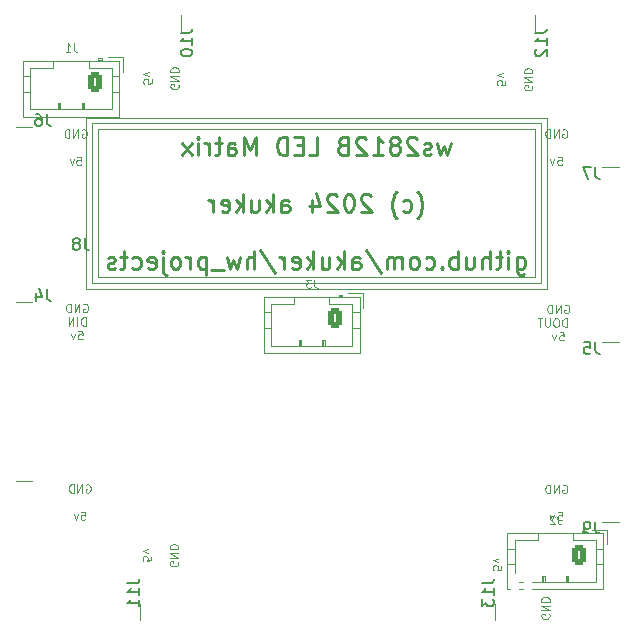
<source format=gbr>
%TF.GenerationSoftware,KiCad,Pcbnew,8.0.2*%
%TF.CreationDate,2024-07-01T22:54:51-05:00*%
%TF.ProjectId,pixel_grid,70697865-6c5f-4677-9269-642e6b696361,rev?*%
%TF.SameCoordinates,Original*%
%TF.FileFunction,Legend,Bot*%
%TF.FilePolarity,Positive*%
%FSLAX46Y46*%
G04 Gerber Fmt 4.6, Leading zero omitted, Abs format (unit mm)*
G04 Created by KiCad (PCBNEW 8.0.2) date 2024-07-01 22:54:51*
%MOMM*%
%LPD*%
G01*
G04 APERTURE LIST*
G04 Aperture macros list*
%AMRoundRect*
0 Rectangle with rounded corners*
0 $1 Rounding radius*
0 $2 $3 $4 $5 $6 $7 $8 $9 X,Y pos of 4 corners*
0 Add a 4 corners polygon primitive as box body*
4,1,4,$2,$3,$4,$5,$6,$7,$8,$9,$2,$3,0*
0 Add four circle primitives for the rounded corners*
1,1,$1+$1,$2,$3*
1,1,$1+$1,$4,$5*
1,1,$1+$1,$6,$7*
1,1,$1+$1,$8,$9*
0 Add four rect primitives between the rounded corners*
20,1,$1+$1,$2,$3,$4,$5,0*
20,1,$1+$1,$4,$5,$6,$7,0*
20,1,$1+$1,$6,$7,$8,$9,0*
20,1,$1+$1,$8,$9,$2,$3,0*%
G04 Aperture macros list end*
%ADD10C,0.100000*%
%ADD11C,0.250000*%
%ADD12C,0.150000*%
%ADD13C,0.120000*%
%ADD14R,0.800000X4.000000*%
%ADD15R,4.000000X0.800000*%
%ADD16RoundRect,0.250000X0.350000X0.625000X-0.350000X0.625000X-0.350000X-0.625000X0.350000X-0.625000X0*%
%ADD17O,1.200000X1.750000*%
G04 APERTURE END LIST*
D10*
X64050877Y-26542466D02*
X64117544Y-26509133D01*
X64117544Y-26509133D02*
X64217544Y-26509133D01*
X64217544Y-26509133D02*
X64317544Y-26542466D01*
X64317544Y-26542466D02*
X64384211Y-26609133D01*
X64384211Y-26609133D02*
X64417544Y-26675800D01*
X64417544Y-26675800D02*
X64450877Y-26809133D01*
X64450877Y-26809133D02*
X64450877Y-26909133D01*
X64450877Y-26909133D02*
X64417544Y-27042466D01*
X64417544Y-27042466D02*
X64384211Y-27109133D01*
X64384211Y-27109133D02*
X64317544Y-27175800D01*
X64317544Y-27175800D02*
X64217544Y-27209133D01*
X64217544Y-27209133D02*
X64150877Y-27209133D01*
X64150877Y-27209133D02*
X64050877Y-27175800D01*
X64050877Y-27175800D02*
X64017544Y-27142466D01*
X64017544Y-27142466D02*
X64017544Y-26909133D01*
X64017544Y-26909133D02*
X64150877Y-26909133D01*
X63717544Y-27209133D02*
X63717544Y-26509133D01*
X63717544Y-26509133D02*
X63317544Y-27209133D01*
X63317544Y-27209133D02*
X63317544Y-26509133D01*
X62984211Y-27209133D02*
X62984211Y-26509133D01*
X62984211Y-26509133D02*
X62817544Y-26509133D01*
X62817544Y-26509133D02*
X62717544Y-26542466D01*
X62717544Y-26542466D02*
X62650878Y-26609133D01*
X62650878Y-26609133D02*
X62617544Y-26675800D01*
X62617544Y-26675800D02*
X62584211Y-26809133D01*
X62584211Y-26809133D02*
X62584211Y-26909133D01*
X62584211Y-26909133D02*
X62617544Y-27042466D01*
X62617544Y-27042466D02*
X62650878Y-27109133D01*
X62650878Y-27109133D02*
X62717544Y-27175800D01*
X62717544Y-27175800D02*
X62817544Y-27209133D01*
X62817544Y-27209133D02*
X62984211Y-27209133D01*
X63617544Y-28809133D02*
X63950877Y-28809133D01*
X63950877Y-28809133D02*
X63984210Y-29142466D01*
X63984210Y-29142466D02*
X63950877Y-29109133D01*
X63950877Y-29109133D02*
X63884210Y-29075800D01*
X63884210Y-29075800D02*
X63717544Y-29075800D01*
X63717544Y-29075800D02*
X63650877Y-29109133D01*
X63650877Y-29109133D02*
X63617544Y-29142466D01*
X63617544Y-29142466D02*
X63584210Y-29209133D01*
X63584210Y-29209133D02*
X63584210Y-29375800D01*
X63584210Y-29375800D02*
X63617544Y-29442466D01*
X63617544Y-29442466D02*
X63650877Y-29475800D01*
X63650877Y-29475800D02*
X63717544Y-29509133D01*
X63717544Y-29509133D02*
X63884210Y-29509133D01*
X63884210Y-29509133D02*
X63950877Y-29475800D01*
X63950877Y-29475800D02*
X63984210Y-29442466D01*
X63350877Y-29042466D02*
X63184210Y-29509133D01*
X63184210Y-29509133D02*
X63017543Y-29042466D01*
X62907533Y-67550877D02*
X62940866Y-67617544D01*
X62940866Y-67617544D02*
X62940866Y-67717544D01*
X62940866Y-67717544D02*
X62907533Y-67817544D01*
X62907533Y-67817544D02*
X62840866Y-67884211D01*
X62840866Y-67884211D02*
X62774200Y-67917544D01*
X62774200Y-67917544D02*
X62640866Y-67950877D01*
X62640866Y-67950877D02*
X62540866Y-67950877D01*
X62540866Y-67950877D02*
X62407533Y-67917544D01*
X62407533Y-67917544D02*
X62340866Y-67884211D01*
X62340866Y-67884211D02*
X62274200Y-67817544D01*
X62274200Y-67817544D02*
X62240866Y-67717544D01*
X62240866Y-67717544D02*
X62240866Y-67650877D01*
X62240866Y-67650877D02*
X62274200Y-67550877D01*
X62274200Y-67550877D02*
X62307533Y-67517544D01*
X62307533Y-67517544D02*
X62540866Y-67517544D01*
X62540866Y-67517544D02*
X62540866Y-67650877D01*
X62240866Y-67217544D02*
X62940866Y-67217544D01*
X62940866Y-67217544D02*
X62240866Y-66817544D01*
X62240866Y-66817544D02*
X62940866Y-66817544D01*
X62240866Y-66484211D02*
X62940866Y-66484211D01*
X62940866Y-66484211D02*
X62940866Y-66317544D01*
X62940866Y-66317544D02*
X62907533Y-66217544D01*
X62907533Y-66217544D02*
X62840866Y-66150878D01*
X62840866Y-66150878D02*
X62774200Y-66117544D01*
X62774200Y-66117544D02*
X62640866Y-66084211D01*
X62640866Y-66084211D02*
X62540866Y-66084211D01*
X62540866Y-66084211D02*
X62407533Y-66117544D01*
X62407533Y-66117544D02*
X62340866Y-66150878D01*
X62340866Y-66150878D02*
X62274200Y-66217544D01*
X62274200Y-66217544D02*
X62240866Y-66317544D01*
X62240866Y-66317544D02*
X62240866Y-66484211D01*
X58840866Y-63434211D02*
X58840866Y-63767544D01*
X58840866Y-63767544D02*
X58507533Y-63800877D01*
X58507533Y-63800877D02*
X58540866Y-63767544D01*
X58540866Y-63767544D02*
X58574200Y-63700877D01*
X58574200Y-63700877D02*
X58574200Y-63534211D01*
X58574200Y-63534211D02*
X58540866Y-63467544D01*
X58540866Y-63467544D02*
X58507533Y-63434211D01*
X58507533Y-63434211D02*
X58440866Y-63400877D01*
X58440866Y-63400877D02*
X58274200Y-63400877D01*
X58274200Y-63400877D02*
X58207533Y-63434211D01*
X58207533Y-63434211D02*
X58174200Y-63467544D01*
X58174200Y-63467544D02*
X58140866Y-63534211D01*
X58140866Y-63534211D02*
X58140866Y-63700877D01*
X58140866Y-63700877D02*
X58174200Y-63767544D01*
X58174200Y-63767544D02*
X58207533Y-63800877D01*
X58607533Y-63167544D02*
X58140866Y-63000877D01*
X58140866Y-63000877D02*
X58607533Y-62834210D01*
X31457533Y-63100877D02*
X31490866Y-63167544D01*
X31490866Y-63167544D02*
X31490866Y-63267544D01*
X31490866Y-63267544D02*
X31457533Y-63367544D01*
X31457533Y-63367544D02*
X31390866Y-63434211D01*
X31390866Y-63434211D02*
X31324200Y-63467544D01*
X31324200Y-63467544D02*
X31190866Y-63500877D01*
X31190866Y-63500877D02*
X31090866Y-63500877D01*
X31090866Y-63500877D02*
X30957533Y-63467544D01*
X30957533Y-63467544D02*
X30890866Y-63434211D01*
X30890866Y-63434211D02*
X30824200Y-63367544D01*
X30824200Y-63367544D02*
X30790866Y-63267544D01*
X30790866Y-63267544D02*
X30790866Y-63200877D01*
X30790866Y-63200877D02*
X30824200Y-63100877D01*
X30824200Y-63100877D02*
X30857533Y-63067544D01*
X30857533Y-63067544D02*
X31090866Y-63067544D01*
X31090866Y-63067544D02*
X31090866Y-63200877D01*
X30790866Y-62767544D02*
X31490866Y-62767544D01*
X31490866Y-62767544D02*
X30790866Y-62367544D01*
X30790866Y-62367544D02*
X31490866Y-62367544D01*
X30790866Y-62034211D02*
X31490866Y-62034211D01*
X31490866Y-62034211D02*
X31490866Y-61867544D01*
X31490866Y-61867544D02*
X31457533Y-61767544D01*
X31457533Y-61767544D02*
X31390866Y-61700878D01*
X31390866Y-61700878D02*
X31324200Y-61667544D01*
X31324200Y-61667544D02*
X31190866Y-61634211D01*
X31190866Y-61634211D02*
X31090866Y-61634211D01*
X31090866Y-61634211D02*
X30957533Y-61667544D01*
X30957533Y-61667544D02*
X30890866Y-61700878D01*
X30890866Y-61700878D02*
X30824200Y-61767544D01*
X30824200Y-61767544D02*
X30790866Y-61867544D01*
X30790866Y-61867544D02*
X30790866Y-62034211D01*
X29190866Y-62667544D02*
X29190866Y-63000877D01*
X29190866Y-63000877D02*
X28857533Y-63034210D01*
X28857533Y-63034210D02*
X28890866Y-63000877D01*
X28890866Y-63000877D02*
X28924200Y-62934210D01*
X28924200Y-62934210D02*
X28924200Y-62767544D01*
X28924200Y-62767544D02*
X28890866Y-62700877D01*
X28890866Y-62700877D02*
X28857533Y-62667544D01*
X28857533Y-62667544D02*
X28790866Y-62634210D01*
X28790866Y-62634210D02*
X28624200Y-62634210D01*
X28624200Y-62634210D02*
X28557533Y-62667544D01*
X28557533Y-62667544D02*
X28524200Y-62700877D01*
X28524200Y-62700877D02*
X28490866Y-62767544D01*
X28490866Y-62767544D02*
X28490866Y-62934210D01*
X28490866Y-62934210D02*
X28524200Y-63000877D01*
X28524200Y-63000877D02*
X28557533Y-63034210D01*
X28957533Y-62400877D02*
X28490866Y-62234210D01*
X28490866Y-62234210D02*
X28957533Y-62067543D01*
X61457533Y-22800877D02*
X61490866Y-22867544D01*
X61490866Y-22867544D02*
X61490866Y-22967544D01*
X61490866Y-22967544D02*
X61457533Y-23067544D01*
X61457533Y-23067544D02*
X61390866Y-23134211D01*
X61390866Y-23134211D02*
X61324200Y-23167544D01*
X61324200Y-23167544D02*
X61190866Y-23200877D01*
X61190866Y-23200877D02*
X61090866Y-23200877D01*
X61090866Y-23200877D02*
X60957533Y-23167544D01*
X60957533Y-23167544D02*
X60890866Y-23134211D01*
X60890866Y-23134211D02*
X60824200Y-23067544D01*
X60824200Y-23067544D02*
X60790866Y-22967544D01*
X60790866Y-22967544D02*
X60790866Y-22900877D01*
X60790866Y-22900877D02*
X60824200Y-22800877D01*
X60824200Y-22800877D02*
X60857533Y-22767544D01*
X60857533Y-22767544D02*
X61090866Y-22767544D01*
X61090866Y-22767544D02*
X61090866Y-22900877D01*
X60790866Y-22467544D02*
X61490866Y-22467544D01*
X61490866Y-22467544D02*
X60790866Y-22067544D01*
X60790866Y-22067544D02*
X61490866Y-22067544D01*
X60790866Y-21734211D02*
X61490866Y-21734211D01*
X61490866Y-21734211D02*
X61490866Y-21567544D01*
X61490866Y-21567544D02*
X61457533Y-21467544D01*
X61457533Y-21467544D02*
X61390866Y-21400878D01*
X61390866Y-21400878D02*
X61324200Y-21367544D01*
X61324200Y-21367544D02*
X61190866Y-21334211D01*
X61190866Y-21334211D02*
X61090866Y-21334211D01*
X61090866Y-21334211D02*
X60957533Y-21367544D01*
X60957533Y-21367544D02*
X60890866Y-21400878D01*
X60890866Y-21400878D02*
X60824200Y-21467544D01*
X60824200Y-21467544D02*
X60790866Y-21567544D01*
X60790866Y-21567544D02*
X60790866Y-21734211D01*
X59190866Y-22367544D02*
X59190866Y-22700877D01*
X59190866Y-22700877D02*
X58857533Y-22734210D01*
X58857533Y-22734210D02*
X58890866Y-22700877D01*
X58890866Y-22700877D02*
X58924200Y-22634210D01*
X58924200Y-22634210D02*
X58924200Y-22467544D01*
X58924200Y-22467544D02*
X58890866Y-22400877D01*
X58890866Y-22400877D02*
X58857533Y-22367544D01*
X58857533Y-22367544D02*
X58790866Y-22334210D01*
X58790866Y-22334210D02*
X58624200Y-22334210D01*
X58624200Y-22334210D02*
X58557533Y-22367544D01*
X58557533Y-22367544D02*
X58524200Y-22400877D01*
X58524200Y-22400877D02*
X58490866Y-22467544D01*
X58490866Y-22467544D02*
X58490866Y-22634210D01*
X58490866Y-22634210D02*
X58524200Y-22700877D01*
X58524200Y-22700877D02*
X58557533Y-22734210D01*
X58957533Y-22100877D02*
X58490866Y-21934210D01*
X58490866Y-21934210D02*
X58957533Y-21767543D01*
X31507533Y-22700877D02*
X31540866Y-22767544D01*
X31540866Y-22767544D02*
X31540866Y-22867544D01*
X31540866Y-22867544D02*
X31507533Y-22967544D01*
X31507533Y-22967544D02*
X31440866Y-23034211D01*
X31440866Y-23034211D02*
X31374200Y-23067544D01*
X31374200Y-23067544D02*
X31240866Y-23100877D01*
X31240866Y-23100877D02*
X31140866Y-23100877D01*
X31140866Y-23100877D02*
X31007533Y-23067544D01*
X31007533Y-23067544D02*
X30940866Y-23034211D01*
X30940866Y-23034211D02*
X30874200Y-22967544D01*
X30874200Y-22967544D02*
X30840866Y-22867544D01*
X30840866Y-22867544D02*
X30840866Y-22800877D01*
X30840866Y-22800877D02*
X30874200Y-22700877D01*
X30874200Y-22700877D02*
X30907533Y-22667544D01*
X30907533Y-22667544D02*
X31140866Y-22667544D01*
X31140866Y-22667544D02*
X31140866Y-22800877D01*
X30840866Y-22367544D02*
X31540866Y-22367544D01*
X31540866Y-22367544D02*
X30840866Y-21967544D01*
X30840866Y-21967544D02*
X31540866Y-21967544D01*
X30840866Y-21634211D02*
X31540866Y-21634211D01*
X31540866Y-21634211D02*
X31540866Y-21467544D01*
X31540866Y-21467544D02*
X31507533Y-21367544D01*
X31507533Y-21367544D02*
X31440866Y-21300878D01*
X31440866Y-21300878D02*
X31374200Y-21267544D01*
X31374200Y-21267544D02*
X31240866Y-21234211D01*
X31240866Y-21234211D02*
X31140866Y-21234211D01*
X31140866Y-21234211D02*
X31007533Y-21267544D01*
X31007533Y-21267544D02*
X30940866Y-21300878D01*
X30940866Y-21300878D02*
X30874200Y-21367544D01*
X30874200Y-21367544D02*
X30840866Y-21467544D01*
X30840866Y-21467544D02*
X30840866Y-21634211D01*
X29240866Y-22267544D02*
X29240866Y-22600877D01*
X29240866Y-22600877D02*
X28907533Y-22634210D01*
X28907533Y-22634210D02*
X28940866Y-22600877D01*
X28940866Y-22600877D02*
X28974200Y-22534210D01*
X28974200Y-22534210D02*
X28974200Y-22367544D01*
X28974200Y-22367544D02*
X28940866Y-22300877D01*
X28940866Y-22300877D02*
X28907533Y-22267544D01*
X28907533Y-22267544D02*
X28840866Y-22234210D01*
X28840866Y-22234210D02*
X28674200Y-22234210D01*
X28674200Y-22234210D02*
X28607533Y-22267544D01*
X28607533Y-22267544D02*
X28574200Y-22300877D01*
X28574200Y-22300877D02*
X28540866Y-22367544D01*
X28540866Y-22367544D02*
X28540866Y-22534210D01*
X28540866Y-22534210D02*
X28574200Y-22600877D01*
X28574200Y-22600877D02*
X28607533Y-22634210D01*
X29007533Y-22000877D02*
X28540866Y-21834210D01*
X28540866Y-21834210D02*
X29007533Y-21667543D01*
X23350877Y-26542466D02*
X23417544Y-26509133D01*
X23417544Y-26509133D02*
X23517544Y-26509133D01*
X23517544Y-26509133D02*
X23617544Y-26542466D01*
X23617544Y-26542466D02*
X23684211Y-26609133D01*
X23684211Y-26609133D02*
X23717544Y-26675800D01*
X23717544Y-26675800D02*
X23750877Y-26809133D01*
X23750877Y-26809133D02*
X23750877Y-26909133D01*
X23750877Y-26909133D02*
X23717544Y-27042466D01*
X23717544Y-27042466D02*
X23684211Y-27109133D01*
X23684211Y-27109133D02*
X23617544Y-27175800D01*
X23617544Y-27175800D02*
X23517544Y-27209133D01*
X23517544Y-27209133D02*
X23450877Y-27209133D01*
X23450877Y-27209133D02*
X23350877Y-27175800D01*
X23350877Y-27175800D02*
X23317544Y-27142466D01*
X23317544Y-27142466D02*
X23317544Y-26909133D01*
X23317544Y-26909133D02*
X23450877Y-26909133D01*
X23017544Y-27209133D02*
X23017544Y-26509133D01*
X23017544Y-26509133D02*
X22617544Y-27209133D01*
X22617544Y-27209133D02*
X22617544Y-26509133D01*
X22284211Y-27209133D02*
X22284211Y-26509133D01*
X22284211Y-26509133D02*
X22117544Y-26509133D01*
X22117544Y-26509133D02*
X22017544Y-26542466D01*
X22017544Y-26542466D02*
X21950878Y-26609133D01*
X21950878Y-26609133D02*
X21917544Y-26675800D01*
X21917544Y-26675800D02*
X21884211Y-26809133D01*
X21884211Y-26809133D02*
X21884211Y-26909133D01*
X21884211Y-26909133D02*
X21917544Y-27042466D01*
X21917544Y-27042466D02*
X21950878Y-27109133D01*
X21950878Y-27109133D02*
X22017544Y-27175800D01*
X22017544Y-27175800D02*
X22117544Y-27209133D01*
X22117544Y-27209133D02*
X22284211Y-27209133D01*
X22917544Y-28809133D02*
X23250877Y-28809133D01*
X23250877Y-28809133D02*
X23284210Y-29142466D01*
X23284210Y-29142466D02*
X23250877Y-29109133D01*
X23250877Y-29109133D02*
X23184210Y-29075800D01*
X23184210Y-29075800D02*
X23017544Y-29075800D01*
X23017544Y-29075800D02*
X22950877Y-29109133D01*
X22950877Y-29109133D02*
X22917544Y-29142466D01*
X22917544Y-29142466D02*
X22884210Y-29209133D01*
X22884210Y-29209133D02*
X22884210Y-29375800D01*
X22884210Y-29375800D02*
X22917544Y-29442466D01*
X22917544Y-29442466D02*
X22950877Y-29475800D01*
X22950877Y-29475800D02*
X23017544Y-29509133D01*
X23017544Y-29509133D02*
X23184210Y-29509133D01*
X23184210Y-29509133D02*
X23250877Y-29475800D01*
X23250877Y-29475800D02*
X23284210Y-29442466D01*
X22650877Y-29042466D02*
X22484210Y-29509133D01*
X22484210Y-29509133D02*
X22317543Y-29042466D01*
X23700877Y-56592466D02*
X23767544Y-56559133D01*
X23767544Y-56559133D02*
X23867544Y-56559133D01*
X23867544Y-56559133D02*
X23967544Y-56592466D01*
X23967544Y-56592466D02*
X24034211Y-56659133D01*
X24034211Y-56659133D02*
X24067544Y-56725800D01*
X24067544Y-56725800D02*
X24100877Y-56859133D01*
X24100877Y-56859133D02*
X24100877Y-56959133D01*
X24100877Y-56959133D02*
X24067544Y-57092466D01*
X24067544Y-57092466D02*
X24034211Y-57159133D01*
X24034211Y-57159133D02*
X23967544Y-57225800D01*
X23967544Y-57225800D02*
X23867544Y-57259133D01*
X23867544Y-57259133D02*
X23800877Y-57259133D01*
X23800877Y-57259133D02*
X23700877Y-57225800D01*
X23700877Y-57225800D02*
X23667544Y-57192466D01*
X23667544Y-57192466D02*
X23667544Y-56959133D01*
X23667544Y-56959133D02*
X23800877Y-56959133D01*
X23367544Y-57259133D02*
X23367544Y-56559133D01*
X23367544Y-56559133D02*
X22967544Y-57259133D01*
X22967544Y-57259133D02*
X22967544Y-56559133D01*
X22634211Y-57259133D02*
X22634211Y-56559133D01*
X22634211Y-56559133D02*
X22467544Y-56559133D01*
X22467544Y-56559133D02*
X22367544Y-56592466D01*
X22367544Y-56592466D02*
X22300878Y-56659133D01*
X22300878Y-56659133D02*
X22267544Y-56725800D01*
X22267544Y-56725800D02*
X22234211Y-56859133D01*
X22234211Y-56859133D02*
X22234211Y-56959133D01*
X22234211Y-56959133D02*
X22267544Y-57092466D01*
X22267544Y-57092466D02*
X22300878Y-57159133D01*
X22300878Y-57159133D02*
X22367544Y-57225800D01*
X22367544Y-57225800D02*
X22467544Y-57259133D01*
X22467544Y-57259133D02*
X22634211Y-57259133D01*
X23267544Y-58859133D02*
X23600877Y-58859133D01*
X23600877Y-58859133D02*
X23634210Y-59192466D01*
X23634210Y-59192466D02*
X23600877Y-59159133D01*
X23600877Y-59159133D02*
X23534210Y-59125800D01*
X23534210Y-59125800D02*
X23367544Y-59125800D01*
X23367544Y-59125800D02*
X23300877Y-59159133D01*
X23300877Y-59159133D02*
X23267544Y-59192466D01*
X23267544Y-59192466D02*
X23234210Y-59259133D01*
X23234210Y-59259133D02*
X23234210Y-59425800D01*
X23234210Y-59425800D02*
X23267544Y-59492466D01*
X23267544Y-59492466D02*
X23300877Y-59525800D01*
X23300877Y-59525800D02*
X23367544Y-59559133D01*
X23367544Y-59559133D02*
X23534210Y-59559133D01*
X23534210Y-59559133D02*
X23600877Y-59525800D01*
X23600877Y-59525800D02*
X23634210Y-59492466D01*
X23000877Y-59092466D02*
X22834210Y-59559133D01*
X22834210Y-59559133D02*
X22667543Y-59092466D01*
X64050877Y-56642466D02*
X64117544Y-56609133D01*
X64117544Y-56609133D02*
X64217544Y-56609133D01*
X64217544Y-56609133D02*
X64317544Y-56642466D01*
X64317544Y-56642466D02*
X64384211Y-56709133D01*
X64384211Y-56709133D02*
X64417544Y-56775800D01*
X64417544Y-56775800D02*
X64450877Y-56909133D01*
X64450877Y-56909133D02*
X64450877Y-57009133D01*
X64450877Y-57009133D02*
X64417544Y-57142466D01*
X64417544Y-57142466D02*
X64384211Y-57209133D01*
X64384211Y-57209133D02*
X64317544Y-57275800D01*
X64317544Y-57275800D02*
X64217544Y-57309133D01*
X64217544Y-57309133D02*
X64150877Y-57309133D01*
X64150877Y-57309133D02*
X64050877Y-57275800D01*
X64050877Y-57275800D02*
X64017544Y-57242466D01*
X64017544Y-57242466D02*
X64017544Y-57009133D01*
X64017544Y-57009133D02*
X64150877Y-57009133D01*
X63717544Y-57309133D02*
X63717544Y-56609133D01*
X63717544Y-56609133D02*
X63317544Y-57309133D01*
X63317544Y-57309133D02*
X63317544Y-56609133D01*
X62984211Y-57309133D02*
X62984211Y-56609133D01*
X62984211Y-56609133D02*
X62817544Y-56609133D01*
X62817544Y-56609133D02*
X62717544Y-56642466D01*
X62717544Y-56642466D02*
X62650878Y-56709133D01*
X62650878Y-56709133D02*
X62617544Y-56775800D01*
X62617544Y-56775800D02*
X62584211Y-56909133D01*
X62584211Y-56909133D02*
X62584211Y-57009133D01*
X62584211Y-57009133D02*
X62617544Y-57142466D01*
X62617544Y-57142466D02*
X62650878Y-57209133D01*
X62650878Y-57209133D02*
X62717544Y-57275800D01*
X62717544Y-57275800D02*
X62817544Y-57309133D01*
X62817544Y-57309133D02*
X62984211Y-57309133D01*
X63617544Y-58909133D02*
X63950877Y-58909133D01*
X63950877Y-58909133D02*
X63984210Y-59242466D01*
X63984210Y-59242466D02*
X63950877Y-59209133D01*
X63950877Y-59209133D02*
X63884210Y-59175800D01*
X63884210Y-59175800D02*
X63717544Y-59175800D01*
X63717544Y-59175800D02*
X63650877Y-59209133D01*
X63650877Y-59209133D02*
X63617544Y-59242466D01*
X63617544Y-59242466D02*
X63584210Y-59309133D01*
X63584210Y-59309133D02*
X63584210Y-59475800D01*
X63584210Y-59475800D02*
X63617544Y-59542466D01*
X63617544Y-59542466D02*
X63650877Y-59575800D01*
X63650877Y-59575800D02*
X63717544Y-59609133D01*
X63717544Y-59609133D02*
X63884210Y-59609133D01*
X63884210Y-59609133D02*
X63950877Y-59575800D01*
X63950877Y-59575800D02*
X63984210Y-59542466D01*
X63350877Y-59142466D02*
X63184210Y-59609133D01*
X63184210Y-59609133D02*
X63017543Y-59142466D01*
X63784211Y-43659133D02*
X64117544Y-43659133D01*
X64117544Y-43659133D02*
X64150877Y-43992466D01*
X64150877Y-43992466D02*
X64117544Y-43959133D01*
X64117544Y-43959133D02*
X64050877Y-43925800D01*
X64050877Y-43925800D02*
X63884211Y-43925800D01*
X63884211Y-43925800D02*
X63817544Y-43959133D01*
X63817544Y-43959133D02*
X63784211Y-43992466D01*
X63784211Y-43992466D02*
X63750877Y-44059133D01*
X63750877Y-44059133D02*
X63750877Y-44225800D01*
X63750877Y-44225800D02*
X63784211Y-44292466D01*
X63784211Y-44292466D02*
X63817544Y-44325800D01*
X63817544Y-44325800D02*
X63884211Y-44359133D01*
X63884211Y-44359133D02*
X64050877Y-44359133D01*
X64050877Y-44359133D02*
X64117544Y-44325800D01*
X64117544Y-44325800D02*
X64150877Y-44292466D01*
X63517544Y-43892466D02*
X63350877Y-44359133D01*
X63350877Y-44359133D02*
X63184210Y-43892466D01*
X64400877Y-43209133D02*
X64400877Y-42509133D01*
X64400877Y-42509133D02*
X64234210Y-42509133D01*
X64234210Y-42509133D02*
X64134210Y-42542466D01*
X64134210Y-42542466D02*
X64067544Y-42609133D01*
X64067544Y-42609133D02*
X64034210Y-42675800D01*
X64034210Y-42675800D02*
X64000877Y-42809133D01*
X64000877Y-42809133D02*
X64000877Y-42909133D01*
X64000877Y-42909133D02*
X64034210Y-43042466D01*
X64034210Y-43042466D02*
X64067544Y-43109133D01*
X64067544Y-43109133D02*
X64134210Y-43175800D01*
X64134210Y-43175800D02*
X64234210Y-43209133D01*
X64234210Y-43209133D02*
X64400877Y-43209133D01*
X63567544Y-42509133D02*
X63434210Y-42509133D01*
X63434210Y-42509133D02*
X63367544Y-42542466D01*
X63367544Y-42542466D02*
X63300877Y-42609133D01*
X63300877Y-42609133D02*
X63267544Y-42742466D01*
X63267544Y-42742466D02*
X63267544Y-42975800D01*
X63267544Y-42975800D02*
X63300877Y-43109133D01*
X63300877Y-43109133D02*
X63367544Y-43175800D01*
X63367544Y-43175800D02*
X63434210Y-43209133D01*
X63434210Y-43209133D02*
X63567544Y-43209133D01*
X63567544Y-43209133D02*
X63634210Y-43175800D01*
X63634210Y-43175800D02*
X63700877Y-43109133D01*
X63700877Y-43109133D02*
X63734210Y-42975800D01*
X63734210Y-42975800D02*
X63734210Y-42742466D01*
X63734210Y-42742466D02*
X63700877Y-42609133D01*
X63700877Y-42609133D02*
X63634210Y-42542466D01*
X63634210Y-42542466D02*
X63567544Y-42509133D01*
X62967544Y-42509133D02*
X62967544Y-43075800D01*
X62967544Y-43075800D02*
X62934211Y-43142466D01*
X62934211Y-43142466D02*
X62900877Y-43175800D01*
X62900877Y-43175800D02*
X62834211Y-43209133D01*
X62834211Y-43209133D02*
X62700877Y-43209133D01*
X62700877Y-43209133D02*
X62634211Y-43175800D01*
X62634211Y-43175800D02*
X62600877Y-43142466D01*
X62600877Y-43142466D02*
X62567544Y-43075800D01*
X62567544Y-43075800D02*
X62567544Y-42509133D01*
X62334211Y-42509133D02*
X61934211Y-42509133D01*
X62134211Y-43209133D02*
X62134211Y-42509133D01*
X64217544Y-41392466D02*
X64284211Y-41359133D01*
X64284211Y-41359133D02*
X64384211Y-41359133D01*
X64384211Y-41359133D02*
X64484211Y-41392466D01*
X64484211Y-41392466D02*
X64550878Y-41459133D01*
X64550878Y-41459133D02*
X64584211Y-41525800D01*
X64584211Y-41525800D02*
X64617544Y-41659133D01*
X64617544Y-41659133D02*
X64617544Y-41759133D01*
X64617544Y-41759133D02*
X64584211Y-41892466D01*
X64584211Y-41892466D02*
X64550878Y-41959133D01*
X64550878Y-41959133D02*
X64484211Y-42025800D01*
X64484211Y-42025800D02*
X64384211Y-42059133D01*
X64384211Y-42059133D02*
X64317544Y-42059133D01*
X64317544Y-42059133D02*
X64217544Y-42025800D01*
X64217544Y-42025800D02*
X64184211Y-41992466D01*
X64184211Y-41992466D02*
X64184211Y-41759133D01*
X64184211Y-41759133D02*
X64317544Y-41759133D01*
X63884211Y-42059133D02*
X63884211Y-41359133D01*
X63884211Y-41359133D02*
X63484211Y-42059133D01*
X63484211Y-42059133D02*
X63484211Y-41359133D01*
X63150878Y-42059133D02*
X63150878Y-41359133D01*
X63150878Y-41359133D02*
X62984211Y-41359133D01*
X62984211Y-41359133D02*
X62884211Y-41392466D01*
X62884211Y-41392466D02*
X62817545Y-41459133D01*
X62817545Y-41459133D02*
X62784211Y-41525800D01*
X62784211Y-41525800D02*
X62750878Y-41659133D01*
X62750878Y-41659133D02*
X62750878Y-41759133D01*
X62750878Y-41759133D02*
X62784211Y-41892466D01*
X62784211Y-41892466D02*
X62817545Y-41959133D01*
X62817545Y-41959133D02*
X62884211Y-42025800D01*
X62884211Y-42025800D02*
X62984211Y-42059133D01*
X62984211Y-42059133D02*
X63150878Y-42059133D01*
X23650877Y-43124133D02*
X23650877Y-42424133D01*
X23650877Y-42424133D02*
X23484210Y-42424133D01*
X23484210Y-42424133D02*
X23384210Y-42457466D01*
X23384210Y-42457466D02*
X23317544Y-42524133D01*
X23317544Y-42524133D02*
X23284210Y-42590800D01*
X23284210Y-42590800D02*
X23250877Y-42724133D01*
X23250877Y-42724133D02*
X23250877Y-42824133D01*
X23250877Y-42824133D02*
X23284210Y-42957466D01*
X23284210Y-42957466D02*
X23317544Y-43024133D01*
X23317544Y-43024133D02*
X23384210Y-43090800D01*
X23384210Y-43090800D02*
X23484210Y-43124133D01*
X23484210Y-43124133D02*
X23650877Y-43124133D01*
X22950877Y-43124133D02*
X22950877Y-42424133D01*
X22617544Y-43124133D02*
X22617544Y-42424133D01*
X22617544Y-42424133D02*
X22217544Y-43124133D01*
X22217544Y-43124133D02*
X22217544Y-42424133D01*
X23034211Y-43574133D02*
X23367544Y-43574133D01*
X23367544Y-43574133D02*
X23400877Y-43907466D01*
X23400877Y-43907466D02*
X23367544Y-43874133D01*
X23367544Y-43874133D02*
X23300877Y-43840800D01*
X23300877Y-43840800D02*
X23134211Y-43840800D01*
X23134211Y-43840800D02*
X23067544Y-43874133D01*
X23067544Y-43874133D02*
X23034211Y-43907466D01*
X23034211Y-43907466D02*
X23000877Y-43974133D01*
X23000877Y-43974133D02*
X23000877Y-44140800D01*
X23000877Y-44140800D02*
X23034211Y-44207466D01*
X23034211Y-44207466D02*
X23067544Y-44240800D01*
X23067544Y-44240800D02*
X23134211Y-44274133D01*
X23134211Y-44274133D02*
X23300877Y-44274133D01*
X23300877Y-44274133D02*
X23367544Y-44240800D01*
X23367544Y-44240800D02*
X23400877Y-44207466D01*
X22767544Y-43807466D02*
X22600877Y-44274133D01*
X22600877Y-44274133D02*
X22434210Y-43807466D01*
X23467544Y-41307466D02*
X23534211Y-41274133D01*
X23534211Y-41274133D02*
X23634211Y-41274133D01*
X23634211Y-41274133D02*
X23734211Y-41307466D01*
X23734211Y-41307466D02*
X23800878Y-41374133D01*
X23800878Y-41374133D02*
X23834211Y-41440800D01*
X23834211Y-41440800D02*
X23867544Y-41574133D01*
X23867544Y-41574133D02*
X23867544Y-41674133D01*
X23867544Y-41674133D02*
X23834211Y-41807466D01*
X23834211Y-41807466D02*
X23800878Y-41874133D01*
X23800878Y-41874133D02*
X23734211Y-41940800D01*
X23734211Y-41940800D02*
X23634211Y-41974133D01*
X23634211Y-41974133D02*
X23567544Y-41974133D01*
X23567544Y-41974133D02*
X23467544Y-41940800D01*
X23467544Y-41940800D02*
X23434211Y-41907466D01*
X23434211Y-41907466D02*
X23434211Y-41674133D01*
X23434211Y-41674133D02*
X23567544Y-41674133D01*
X23134211Y-41974133D02*
X23134211Y-41274133D01*
X23134211Y-41274133D02*
X22734211Y-41974133D01*
X22734211Y-41974133D02*
X22734211Y-41274133D01*
X22400878Y-41974133D02*
X22400878Y-41274133D01*
X22400878Y-41274133D02*
X22234211Y-41274133D01*
X22234211Y-41274133D02*
X22134211Y-41307466D01*
X22134211Y-41307466D02*
X22067545Y-41374133D01*
X22067545Y-41374133D02*
X22034211Y-41440800D01*
X22034211Y-41440800D02*
X22000878Y-41574133D01*
X22000878Y-41574133D02*
X22000878Y-41674133D01*
X22000878Y-41674133D02*
X22034211Y-41807466D01*
X22034211Y-41807466D02*
X22067545Y-41874133D01*
X22067545Y-41874133D02*
X22134211Y-41940800D01*
X22134211Y-41940800D02*
X22234211Y-41974133D01*
X22234211Y-41974133D02*
X22400878Y-41974133D01*
D11*
X54557142Y-27643764D02*
X54271428Y-28643764D01*
X54271428Y-28643764D02*
X53985713Y-27929478D01*
X53985713Y-27929478D02*
X53699999Y-28643764D01*
X53699999Y-28643764D02*
X53414285Y-27643764D01*
X52914284Y-28572336D02*
X52771427Y-28643764D01*
X52771427Y-28643764D02*
X52485713Y-28643764D01*
X52485713Y-28643764D02*
X52342856Y-28572336D01*
X52342856Y-28572336D02*
X52271427Y-28429478D01*
X52271427Y-28429478D02*
X52271427Y-28358050D01*
X52271427Y-28358050D02*
X52342856Y-28215193D01*
X52342856Y-28215193D02*
X52485713Y-28143764D01*
X52485713Y-28143764D02*
X52699999Y-28143764D01*
X52699999Y-28143764D02*
X52842856Y-28072336D01*
X52842856Y-28072336D02*
X52914284Y-27929478D01*
X52914284Y-27929478D02*
X52914284Y-27858050D01*
X52914284Y-27858050D02*
X52842856Y-27715193D01*
X52842856Y-27715193D02*
X52699999Y-27643764D01*
X52699999Y-27643764D02*
X52485713Y-27643764D01*
X52485713Y-27643764D02*
X52342856Y-27715193D01*
X51699998Y-27286621D02*
X51628570Y-27215193D01*
X51628570Y-27215193D02*
X51485713Y-27143764D01*
X51485713Y-27143764D02*
X51128570Y-27143764D01*
X51128570Y-27143764D02*
X50985713Y-27215193D01*
X50985713Y-27215193D02*
X50914284Y-27286621D01*
X50914284Y-27286621D02*
X50842855Y-27429478D01*
X50842855Y-27429478D02*
X50842855Y-27572336D01*
X50842855Y-27572336D02*
X50914284Y-27786621D01*
X50914284Y-27786621D02*
X51771427Y-28643764D01*
X51771427Y-28643764D02*
X50842855Y-28643764D01*
X49985713Y-27786621D02*
X50128570Y-27715193D01*
X50128570Y-27715193D02*
X50199999Y-27643764D01*
X50199999Y-27643764D02*
X50271427Y-27500907D01*
X50271427Y-27500907D02*
X50271427Y-27429478D01*
X50271427Y-27429478D02*
X50199999Y-27286621D01*
X50199999Y-27286621D02*
X50128570Y-27215193D01*
X50128570Y-27215193D02*
X49985713Y-27143764D01*
X49985713Y-27143764D02*
X49699999Y-27143764D01*
X49699999Y-27143764D02*
X49557142Y-27215193D01*
X49557142Y-27215193D02*
X49485713Y-27286621D01*
X49485713Y-27286621D02*
X49414284Y-27429478D01*
X49414284Y-27429478D02*
X49414284Y-27500907D01*
X49414284Y-27500907D02*
X49485713Y-27643764D01*
X49485713Y-27643764D02*
X49557142Y-27715193D01*
X49557142Y-27715193D02*
X49699999Y-27786621D01*
X49699999Y-27786621D02*
X49985713Y-27786621D01*
X49985713Y-27786621D02*
X50128570Y-27858050D01*
X50128570Y-27858050D02*
X50199999Y-27929478D01*
X50199999Y-27929478D02*
X50271427Y-28072336D01*
X50271427Y-28072336D02*
X50271427Y-28358050D01*
X50271427Y-28358050D02*
X50199999Y-28500907D01*
X50199999Y-28500907D02*
X50128570Y-28572336D01*
X50128570Y-28572336D02*
X49985713Y-28643764D01*
X49985713Y-28643764D02*
X49699999Y-28643764D01*
X49699999Y-28643764D02*
X49557142Y-28572336D01*
X49557142Y-28572336D02*
X49485713Y-28500907D01*
X49485713Y-28500907D02*
X49414284Y-28358050D01*
X49414284Y-28358050D02*
X49414284Y-28072336D01*
X49414284Y-28072336D02*
X49485713Y-27929478D01*
X49485713Y-27929478D02*
X49557142Y-27858050D01*
X49557142Y-27858050D02*
X49699999Y-27786621D01*
X47985713Y-28643764D02*
X48842856Y-28643764D01*
X48414285Y-28643764D02*
X48414285Y-27143764D01*
X48414285Y-27143764D02*
X48557142Y-27358050D01*
X48557142Y-27358050D02*
X48699999Y-27500907D01*
X48699999Y-27500907D02*
X48842856Y-27572336D01*
X47414285Y-27286621D02*
X47342857Y-27215193D01*
X47342857Y-27215193D02*
X47200000Y-27143764D01*
X47200000Y-27143764D02*
X46842857Y-27143764D01*
X46842857Y-27143764D02*
X46700000Y-27215193D01*
X46700000Y-27215193D02*
X46628571Y-27286621D01*
X46628571Y-27286621D02*
X46557142Y-27429478D01*
X46557142Y-27429478D02*
X46557142Y-27572336D01*
X46557142Y-27572336D02*
X46628571Y-27786621D01*
X46628571Y-27786621D02*
X47485714Y-28643764D01*
X47485714Y-28643764D02*
X46557142Y-28643764D01*
X45414286Y-27858050D02*
X45200000Y-27929478D01*
X45200000Y-27929478D02*
X45128571Y-28000907D01*
X45128571Y-28000907D02*
X45057143Y-28143764D01*
X45057143Y-28143764D02*
X45057143Y-28358050D01*
X45057143Y-28358050D02*
X45128571Y-28500907D01*
X45128571Y-28500907D02*
X45200000Y-28572336D01*
X45200000Y-28572336D02*
X45342857Y-28643764D01*
X45342857Y-28643764D02*
X45914286Y-28643764D01*
X45914286Y-28643764D02*
X45914286Y-27143764D01*
X45914286Y-27143764D02*
X45414286Y-27143764D01*
X45414286Y-27143764D02*
X45271429Y-27215193D01*
X45271429Y-27215193D02*
X45200000Y-27286621D01*
X45200000Y-27286621D02*
X45128571Y-27429478D01*
X45128571Y-27429478D02*
X45128571Y-27572336D01*
X45128571Y-27572336D02*
X45200000Y-27715193D01*
X45200000Y-27715193D02*
X45271429Y-27786621D01*
X45271429Y-27786621D02*
X45414286Y-27858050D01*
X45414286Y-27858050D02*
X45914286Y-27858050D01*
X42557143Y-28643764D02*
X43271429Y-28643764D01*
X43271429Y-28643764D02*
X43271429Y-27143764D01*
X42057143Y-27858050D02*
X41557143Y-27858050D01*
X41342857Y-28643764D02*
X42057143Y-28643764D01*
X42057143Y-28643764D02*
X42057143Y-27143764D01*
X42057143Y-27143764D02*
X41342857Y-27143764D01*
X40700000Y-28643764D02*
X40700000Y-27143764D01*
X40700000Y-27143764D02*
X40342857Y-27143764D01*
X40342857Y-27143764D02*
X40128571Y-27215193D01*
X40128571Y-27215193D02*
X39985714Y-27358050D01*
X39985714Y-27358050D02*
X39914285Y-27500907D01*
X39914285Y-27500907D02*
X39842857Y-27786621D01*
X39842857Y-27786621D02*
X39842857Y-28000907D01*
X39842857Y-28000907D02*
X39914285Y-28286621D01*
X39914285Y-28286621D02*
X39985714Y-28429478D01*
X39985714Y-28429478D02*
X40128571Y-28572336D01*
X40128571Y-28572336D02*
X40342857Y-28643764D01*
X40342857Y-28643764D02*
X40700000Y-28643764D01*
X38057143Y-28643764D02*
X38057143Y-27143764D01*
X38057143Y-27143764D02*
X37557143Y-28215193D01*
X37557143Y-28215193D02*
X37057143Y-27143764D01*
X37057143Y-27143764D02*
X37057143Y-28643764D01*
X35700000Y-28643764D02*
X35700000Y-27858050D01*
X35700000Y-27858050D02*
X35771428Y-27715193D01*
X35771428Y-27715193D02*
X35914285Y-27643764D01*
X35914285Y-27643764D02*
X36200000Y-27643764D01*
X36200000Y-27643764D02*
X36342857Y-27715193D01*
X35700000Y-28572336D02*
X35842857Y-28643764D01*
X35842857Y-28643764D02*
X36200000Y-28643764D01*
X36200000Y-28643764D02*
X36342857Y-28572336D01*
X36342857Y-28572336D02*
X36414285Y-28429478D01*
X36414285Y-28429478D02*
X36414285Y-28286621D01*
X36414285Y-28286621D02*
X36342857Y-28143764D01*
X36342857Y-28143764D02*
X36200000Y-28072336D01*
X36200000Y-28072336D02*
X35842857Y-28072336D01*
X35842857Y-28072336D02*
X35700000Y-28000907D01*
X35199999Y-27643764D02*
X34628571Y-27643764D01*
X34985714Y-27143764D02*
X34985714Y-28429478D01*
X34985714Y-28429478D02*
X34914285Y-28572336D01*
X34914285Y-28572336D02*
X34771428Y-28643764D01*
X34771428Y-28643764D02*
X34628571Y-28643764D01*
X34128571Y-28643764D02*
X34128571Y-27643764D01*
X34128571Y-27929478D02*
X34057142Y-27786621D01*
X34057142Y-27786621D02*
X33985714Y-27715193D01*
X33985714Y-27715193D02*
X33842856Y-27643764D01*
X33842856Y-27643764D02*
X33699999Y-27643764D01*
X33200000Y-28643764D02*
X33200000Y-27643764D01*
X33200000Y-27143764D02*
X33271428Y-27215193D01*
X33271428Y-27215193D02*
X33200000Y-27286621D01*
X33200000Y-27286621D02*
X33128571Y-27215193D01*
X33128571Y-27215193D02*
X33200000Y-27143764D01*
X33200000Y-27143764D02*
X33200000Y-27286621D01*
X32628571Y-28643764D02*
X31842857Y-27643764D01*
X32628571Y-27643764D02*
X31842857Y-28643764D01*
X51735712Y-34045025D02*
X51807141Y-33973596D01*
X51807141Y-33973596D02*
X51949998Y-33759310D01*
X51949998Y-33759310D02*
X52021427Y-33616453D01*
X52021427Y-33616453D02*
X52092855Y-33402168D01*
X52092855Y-33402168D02*
X52164284Y-33045025D01*
X52164284Y-33045025D02*
X52164284Y-32759310D01*
X52164284Y-32759310D02*
X52092855Y-32402168D01*
X52092855Y-32402168D02*
X52021427Y-32187882D01*
X52021427Y-32187882D02*
X51949998Y-32045025D01*
X51949998Y-32045025D02*
X51807141Y-31830739D01*
X51807141Y-31830739D02*
X51735712Y-31759310D01*
X50521427Y-33402168D02*
X50664284Y-33473596D01*
X50664284Y-33473596D02*
X50949998Y-33473596D01*
X50949998Y-33473596D02*
X51092855Y-33402168D01*
X51092855Y-33402168D02*
X51164284Y-33330739D01*
X51164284Y-33330739D02*
X51235712Y-33187882D01*
X51235712Y-33187882D02*
X51235712Y-32759310D01*
X51235712Y-32759310D02*
X51164284Y-32616453D01*
X51164284Y-32616453D02*
X51092855Y-32545025D01*
X51092855Y-32545025D02*
X50949998Y-32473596D01*
X50949998Y-32473596D02*
X50664284Y-32473596D01*
X50664284Y-32473596D02*
X50521427Y-32545025D01*
X50021427Y-34045025D02*
X49949998Y-33973596D01*
X49949998Y-33973596D02*
X49807141Y-33759310D01*
X49807141Y-33759310D02*
X49735713Y-33616453D01*
X49735713Y-33616453D02*
X49664284Y-33402168D01*
X49664284Y-33402168D02*
X49592855Y-33045025D01*
X49592855Y-33045025D02*
X49592855Y-32759310D01*
X49592855Y-32759310D02*
X49664284Y-32402168D01*
X49664284Y-32402168D02*
X49735713Y-32187882D01*
X49735713Y-32187882D02*
X49807141Y-32045025D01*
X49807141Y-32045025D02*
X49949998Y-31830739D01*
X49949998Y-31830739D02*
X50021427Y-31759310D01*
X47807141Y-32116453D02*
X47735713Y-32045025D01*
X47735713Y-32045025D02*
X47592856Y-31973596D01*
X47592856Y-31973596D02*
X47235713Y-31973596D01*
X47235713Y-31973596D02*
X47092856Y-32045025D01*
X47092856Y-32045025D02*
X47021427Y-32116453D01*
X47021427Y-32116453D02*
X46949998Y-32259310D01*
X46949998Y-32259310D02*
X46949998Y-32402168D01*
X46949998Y-32402168D02*
X47021427Y-32616453D01*
X47021427Y-32616453D02*
X47878570Y-33473596D01*
X47878570Y-33473596D02*
X46949998Y-33473596D01*
X46021427Y-31973596D02*
X45878570Y-31973596D01*
X45878570Y-31973596D02*
X45735713Y-32045025D01*
X45735713Y-32045025D02*
X45664285Y-32116453D01*
X45664285Y-32116453D02*
X45592856Y-32259310D01*
X45592856Y-32259310D02*
X45521427Y-32545025D01*
X45521427Y-32545025D02*
X45521427Y-32902168D01*
X45521427Y-32902168D02*
X45592856Y-33187882D01*
X45592856Y-33187882D02*
X45664285Y-33330739D01*
X45664285Y-33330739D02*
X45735713Y-33402168D01*
X45735713Y-33402168D02*
X45878570Y-33473596D01*
X45878570Y-33473596D02*
X46021427Y-33473596D01*
X46021427Y-33473596D02*
X46164285Y-33402168D01*
X46164285Y-33402168D02*
X46235713Y-33330739D01*
X46235713Y-33330739D02*
X46307142Y-33187882D01*
X46307142Y-33187882D02*
X46378570Y-32902168D01*
X46378570Y-32902168D02*
X46378570Y-32545025D01*
X46378570Y-32545025D02*
X46307142Y-32259310D01*
X46307142Y-32259310D02*
X46235713Y-32116453D01*
X46235713Y-32116453D02*
X46164285Y-32045025D01*
X46164285Y-32045025D02*
X46021427Y-31973596D01*
X44949999Y-32116453D02*
X44878571Y-32045025D01*
X44878571Y-32045025D02*
X44735714Y-31973596D01*
X44735714Y-31973596D02*
X44378571Y-31973596D01*
X44378571Y-31973596D02*
X44235714Y-32045025D01*
X44235714Y-32045025D02*
X44164285Y-32116453D01*
X44164285Y-32116453D02*
X44092856Y-32259310D01*
X44092856Y-32259310D02*
X44092856Y-32402168D01*
X44092856Y-32402168D02*
X44164285Y-32616453D01*
X44164285Y-32616453D02*
X45021428Y-33473596D01*
X45021428Y-33473596D02*
X44092856Y-33473596D01*
X42807143Y-32473596D02*
X42807143Y-33473596D01*
X43164285Y-31902168D02*
X43521428Y-32973596D01*
X43521428Y-32973596D02*
X42592857Y-32973596D01*
X40235715Y-33473596D02*
X40235715Y-32687882D01*
X40235715Y-32687882D02*
X40307143Y-32545025D01*
X40307143Y-32545025D02*
X40450000Y-32473596D01*
X40450000Y-32473596D02*
X40735715Y-32473596D01*
X40735715Y-32473596D02*
X40878572Y-32545025D01*
X40235715Y-33402168D02*
X40378572Y-33473596D01*
X40378572Y-33473596D02*
X40735715Y-33473596D01*
X40735715Y-33473596D02*
X40878572Y-33402168D01*
X40878572Y-33402168D02*
X40950000Y-33259310D01*
X40950000Y-33259310D02*
X40950000Y-33116453D01*
X40950000Y-33116453D02*
X40878572Y-32973596D01*
X40878572Y-32973596D02*
X40735715Y-32902168D01*
X40735715Y-32902168D02*
X40378572Y-32902168D01*
X40378572Y-32902168D02*
X40235715Y-32830739D01*
X39521429Y-33473596D02*
X39521429Y-31973596D01*
X39378572Y-32902168D02*
X38950000Y-33473596D01*
X38950000Y-32473596D02*
X39521429Y-33045025D01*
X37664286Y-32473596D02*
X37664286Y-33473596D01*
X38307143Y-32473596D02*
X38307143Y-33259310D01*
X38307143Y-33259310D02*
X38235714Y-33402168D01*
X38235714Y-33402168D02*
X38092857Y-33473596D01*
X38092857Y-33473596D02*
X37878571Y-33473596D01*
X37878571Y-33473596D02*
X37735714Y-33402168D01*
X37735714Y-33402168D02*
X37664286Y-33330739D01*
X36950000Y-33473596D02*
X36950000Y-31973596D01*
X36807143Y-32902168D02*
X36378571Y-33473596D01*
X36378571Y-32473596D02*
X36950000Y-33045025D01*
X35164285Y-33402168D02*
X35307142Y-33473596D01*
X35307142Y-33473596D02*
X35592857Y-33473596D01*
X35592857Y-33473596D02*
X35735714Y-33402168D01*
X35735714Y-33402168D02*
X35807142Y-33259310D01*
X35807142Y-33259310D02*
X35807142Y-32687882D01*
X35807142Y-32687882D02*
X35735714Y-32545025D01*
X35735714Y-32545025D02*
X35592857Y-32473596D01*
X35592857Y-32473596D02*
X35307142Y-32473596D01*
X35307142Y-32473596D02*
X35164285Y-32545025D01*
X35164285Y-32545025D02*
X35092857Y-32687882D01*
X35092857Y-32687882D02*
X35092857Y-32830739D01*
X35092857Y-32830739D02*
X35807142Y-32973596D01*
X34450000Y-33473596D02*
X34450000Y-32473596D01*
X34450000Y-32759310D02*
X34378571Y-32616453D01*
X34378571Y-32616453D02*
X34307143Y-32545025D01*
X34307143Y-32545025D02*
X34164285Y-32473596D01*
X34164285Y-32473596D02*
X34021428Y-32473596D01*
X60164287Y-37303428D02*
X60164287Y-38517714D01*
X60164287Y-38517714D02*
X60235715Y-38660571D01*
X60235715Y-38660571D02*
X60307144Y-38732000D01*
X60307144Y-38732000D02*
X60450001Y-38803428D01*
X60450001Y-38803428D02*
X60664287Y-38803428D01*
X60664287Y-38803428D02*
X60807144Y-38732000D01*
X60164287Y-38232000D02*
X60307144Y-38303428D01*
X60307144Y-38303428D02*
X60592858Y-38303428D01*
X60592858Y-38303428D02*
X60735715Y-38232000D01*
X60735715Y-38232000D02*
X60807144Y-38160571D01*
X60807144Y-38160571D02*
X60878572Y-38017714D01*
X60878572Y-38017714D02*
X60878572Y-37589142D01*
X60878572Y-37589142D02*
X60807144Y-37446285D01*
X60807144Y-37446285D02*
X60735715Y-37374857D01*
X60735715Y-37374857D02*
X60592858Y-37303428D01*
X60592858Y-37303428D02*
X60307144Y-37303428D01*
X60307144Y-37303428D02*
X60164287Y-37374857D01*
X59450001Y-38303428D02*
X59450001Y-37303428D01*
X59450001Y-36803428D02*
X59521429Y-36874857D01*
X59521429Y-36874857D02*
X59450001Y-36946285D01*
X59450001Y-36946285D02*
X59378572Y-36874857D01*
X59378572Y-36874857D02*
X59450001Y-36803428D01*
X59450001Y-36803428D02*
X59450001Y-36946285D01*
X58950000Y-37303428D02*
X58378572Y-37303428D01*
X58735715Y-36803428D02*
X58735715Y-38089142D01*
X58735715Y-38089142D02*
X58664286Y-38232000D01*
X58664286Y-38232000D02*
X58521429Y-38303428D01*
X58521429Y-38303428D02*
X58378572Y-38303428D01*
X57878572Y-38303428D02*
X57878572Y-36803428D01*
X57235715Y-38303428D02*
X57235715Y-37517714D01*
X57235715Y-37517714D02*
X57307143Y-37374857D01*
X57307143Y-37374857D02*
X57450000Y-37303428D01*
X57450000Y-37303428D02*
X57664286Y-37303428D01*
X57664286Y-37303428D02*
X57807143Y-37374857D01*
X57807143Y-37374857D02*
X57878572Y-37446285D01*
X55878572Y-37303428D02*
X55878572Y-38303428D01*
X56521429Y-37303428D02*
X56521429Y-38089142D01*
X56521429Y-38089142D02*
X56450000Y-38232000D01*
X56450000Y-38232000D02*
X56307143Y-38303428D01*
X56307143Y-38303428D02*
X56092857Y-38303428D01*
X56092857Y-38303428D02*
X55950000Y-38232000D01*
X55950000Y-38232000D02*
X55878572Y-38160571D01*
X55164286Y-38303428D02*
X55164286Y-36803428D01*
X55164286Y-37374857D02*
X55021429Y-37303428D01*
X55021429Y-37303428D02*
X54735714Y-37303428D01*
X54735714Y-37303428D02*
X54592857Y-37374857D01*
X54592857Y-37374857D02*
X54521429Y-37446285D01*
X54521429Y-37446285D02*
X54450000Y-37589142D01*
X54450000Y-37589142D02*
X54450000Y-38017714D01*
X54450000Y-38017714D02*
X54521429Y-38160571D01*
X54521429Y-38160571D02*
X54592857Y-38232000D01*
X54592857Y-38232000D02*
X54735714Y-38303428D01*
X54735714Y-38303428D02*
X55021429Y-38303428D01*
X55021429Y-38303428D02*
X55164286Y-38232000D01*
X53807143Y-38160571D02*
X53735714Y-38232000D01*
X53735714Y-38232000D02*
X53807143Y-38303428D01*
X53807143Y-38303428D02*
X53878571Y-38232000D01*
X53878571Y-38232000D02*
X53807143Y-38160571D01*
X53807143Y-38160571D02*
X53807143Y-38303428D01*
X52450000Y-38232000D02*
X52592857Y-38303428D01*
X52592857Y-38303428D02*
X52878571Y-38303428D01*
X52878571Y-38303428D02*
X53021428Y-38232000D01*
X53021428Y-38232000D02*
X53092857Y-38160571D01*
X53092857Y-38160571D02*
X53164285Y-38017714D01*
X53164285Y-38017714D02*
X53164285Y-37589142D01*
X53164285Y-37589142D02*
X53092857Y-37446285D01*
X53092857Y-37446285D02*
X53021428Y-37374857D01*
X53021428Y-37374857D02*
X52878571Y-37303428D01*
X52878571Y-37303428D02*
X52592857Y-37303428D01*
X52592857Y-37303428D02*
X52450000Y-37374857D01*
X51592857Y-38303428D02*
X51735714Y-38232000D01*
X51735714Y-38232000D02*
X51807143Y-38160571D01*
X51807143Y-38160571D02*
X51878571Y-38017714D01*
X51878571Y-38017714D02*
X51878571Y-37589142D01*
X51878571Y-37589142D02*
X51807143Y-37446285D01*
X51807143Y-37446285D02*
X51735714Y-37374857D01*
X51735714Y-37374857D02*
X51592857Y-37303428D01*
X51592857Y-37303428D02*
X51378571Y-37303428D01*
X51378571Y-37303428D02*
X51235714Y-37374857D01*
X51235714Y-37374857D02*
X51164286Y-37446285D01*
X51164286Y-37446285D02*
X51092857Y-37589142D01*
X51092857Y-37589142D02*
X51092857Y-38017714D01*
X51092857Y-38017714D02*
X51164286Y-38160571D01*
X51164286Y-38160571D02*
X51235714Y-38232000D01*
X51235714Y-38232000D02*
X51378571Y-38303428D01*
X51378571Y-38303428D02*
X51592857Y-38303428D01*
X50450000Y-38303428D02*
X50450000Y-37303428D01*
X50450000Y-37446285D02*
X50378571Y-37374857D01*
X50378571Y-37374857D02*
X50235714Y-37303428D01*
X50235714Y-37303428D02*
X50021428Y-37303428D01*
X50021428Y-37303428D02*
X49878571Y-37374857D01*
X49878571Y-37374857D02*
X49807143Y-37517714D01*
X49807143Y-37517714D02*
X49807143Y-38303428D01*
X49807143Y-37517714D02*
X49735714Y-37374857D01*
X49735714Y-37374857D02*
X49592857Y-37303428D01*
X49592857Y-37303428D02*
X49378571Y-37303428D01*
X49378571Y-37303428D02*
X49235714Y-37374857D01*
X49235714Y-37374857D02*
X49164285Y-37517714D01*
X49164285Y-37517714D02*
X49164285Y-38303428D01*
X47378571Y-36732000D02*
X48664285Y-38660571D01*
X46235714Y-38303428D02*
X46235714Y-37517714D01*
X46235714Y-37517714D02*
X46307142Y-37374857D01*
X46307142Y-37374857D02*
X46449999Y-37303428D01*
X46449999Y-37303428D02*
X46735714Y-37303428D01*
X46735714Y-37303428D02*
X46878571Y-37374857D01*
X46235714Y-38232000D02*
X46378571Y-38303428D01*
X46378571Y-38303428D02*
X46735714Y-38303428D01*
X46735714Y-38303428D02*
X46878571Y-38232000D01*
X46878571Y-38232000D02*
X46949999Y-38089142D01*
X46949999Y-38089142D02*
X46949999Y-37946285D01*
X46949999Y-37946285D02*
X46878571Y-37803428D01*
X46878571Y-37803428D02*
X46735714Y-37732000D01*
X46735714Y-37732000D02*
X46378571Y-37732000D01*
X46378571Y-37732000D02*
X46235714Y-37660571D01*
X45521428Y-38303428D02*
X45521428Y-36803428D01*
X45378571Y-37732000D02*
X44949999Y-38303428D01*
X44949999Y-37303428D02*
X45521428Y-37874857D01*
X43664285Y-37303428D02*
X43664285Y-38303428D01*
X44307142Y-37303428D02*
X44307142Y-38089142D01*
X44307142Y-38089142D02*
X44235713Y-38232000D01*
X44235713Y-38232000D02*
X44092856Y-38303428D01*
X44092856Y-38303428D02*
X43878570Y-38303428D01*
X43878570Y-38303428D02*
X43735713Y-38232000D01*
X43735713Y-38232000D02*
X43664285Y-38160571D01*
X42949999Y-38303428D02*
X42949999Y-36803428D01*
X42807142Y-37732000D02*
X42378570Y-38303428D01*
X42378570Y-37303428D02*
X42949999Y-37874857D01*
X41164284Y-38232000D02*
X41307141Y-38303428D01*
X41307141Y-38303428D02*
X41592856Y-38303428D01*
X41592856Y-38303428D02*
X41735713Y-38232000D01*
X41735713Y-38232000D02*
X41807141Y-38089142D01*
X41807141Y-38089142D02*
X41807141Y-37517714D01*
X41807141Y-37517714D02*
X41735713Y-37374857D01*
X41735713Y-37374857D02*
X41592856Y-37303428D01*
X41592856Y-37303428D02*
X41307141Y-37303428D01*
X41307141Y-37303428D02*
X41164284Y-37374857D01*
X41164284Y-37374857D02*
X41092856Y-37517714D01*
X41092856Y-37517714D02*
X41092856Y-37660571D01*
X41092856Y-37660571D02*
X41807141Y-37803428D01*
X40449999Y-38303428D02*
X40449999Y-37303428D01*
X40449999Y-37589142D02*
X40378570Y-37446285D01*
X40378570Y-37446285D02*
X40307142Y-37374857D01*
X40307142Y-37374857D02*
X40164284Y-37303428D01*
X40164284Y-37303428D02*
X40021427Y-37303428D01*
X38449999Y-36732000D02*
X39735713Y-38660571D01*
X37949999Y-38303428D02*
X37949999Y-36803428D01*
X37307142Y-38303428D02*
X37307142Y-37517714D01*
X37307142Y-37517714D02*
X37378570Y-37374857D01*
X37378570Y-37374857D02*
X37521427Y-37303428D01*
X37521427Y-37303428D02*
X37735713Y-37303428D01*
X37735713Y-37303428D02*
X37878570Y-37374857D01*
X37878570Y-37374857D02*
X37949999Y-37446285D01*
X36735713Y-37303428D02*
X36449999Y-38303428D01*
X36449999Y-38303428D02*
X36164284Y-37589142D01*
X36164284Y-37589142D02*
X35878570Y-38303428D01*
X35878570Y-38303428D02*
X35592856Y-37303428D01*
X35378570Y-38446285D02*
X34235712Y-38446285D01*
X33878570Y-37303428D02*
X33878570Y-38803428D01*
X33878570Y-37374857D02*
X33735713Y-37303428D01*
X33735713Y-37303428D02*
X33449998Y-37303428D01*
X33449998Y-37303428D02*
X33307141Y-37374857D01*
X33307141Y-37374857D02*
X33235713Y-37446285D01*
X33235713Y-37446285D02*
X33164284Y-37589142D01*
X33164284Y-37589142D02*
X33164284Y-38017714D01*
X33164284Y-38017714D02*
X33235713Y-38160571D01*
X33235713Y-38160571D02*
X33307141Y-38232000D01*
X33307141Y-38232000D02*
X33449998Y-38303428D01*
X33449998Y-38303428D02*
X33735713Y-38303428D01*
X33735713Y-38303428D02*
X33878570Y-38232000D01*
X32521427Y-38303428D02*
X32521427Y-37303428D01*
X32521427Y-37589142D02*
X32449998Y-37446285D01*
X32449998Y-37446285D02*
X32378570Y-37374857D01*
X32378570Y-37374857D02*
X32235712Y-37303428D01*
X32235712Y-37303428D02*
X32092855Y-37303428D01*
X31378570Y-38303428D02*
X31521427Y-38232000D01*
X31521427Y-38232000D02*
X31592856Y-38160571D01*
X31592856Y-38160571D02*
X31664284Y-38017714D01*
X31664284Y-38017714D02*
X31664284Y-37589142D01*
X31664284Y-37589142D02*
X31592856Y-37446285D01*
X31592856Y-37446285D02*
X31521427Y-37374857D01*
X31521427Y-37374857D02*
X31378570Y-37303428D01*
X31378570Y-37303428D02*
X31164284Y-37303428D01*
X31164284Y-37303428D02*
X31021427Y-37374857D01*
X31021427Y-37374857D02*
X30949999Y-37446285D01*
X30949999Y-37446285D02*
X30878570Y-37589142D01*
X30878570Y-37589142D02*
X30878570Y-38017714D01*
X30878570Y-38017714D02*
X30949999Y-38160571D01*
X30949999Y-38160571D02*
X31021427Y-38232000D01*
X31021427Y-38232000D02*
X31164284Y-38303428D01*
X31164284Y-38303428D02*
X31378570Y-38303428D01*
X30235713Y-37303428D02*
X30235713Y-38589142D01*
X30235713Y-38589142D02*
X30307141Y-38732000D01*
X30307141Y-38732000D02*
X30449998Y-38803428D01*
X30449998Y-38803428D02*
X30521427Y-38803428D01*
X30235713Y-36803428D02*
X30307141Y-36874857D01*
X30307141Y-36874857D02*
X30235713Y-36946285D01*
X30235713Y-36946285D02*
X30164284Y-36874857D01*
X30164284Y-36874857D02*
X30235713Y-36803428D01*
X30235713Y-36803428D02*
X30235713Y-36946285D01*
X28949998Y-38232000D02*
X29092855Y-38303428D01*
X29092855Y-38303428D02*
X29378570Y-38303428D01*
X29378570Y-38303428D02*
X29521427Y-38232000D01*
X29521427Y-38232000D02*
X29592855Y-38089142D01*
X29592855Y-38089142D02*
X29592855Y-37517714D01*
X29592855Y-37517714D02*
X29521427Y-37374857D01*
X29521427Y-37374857D02*
X29378570Y-37303428D01*
X29378570Y-37303428D02*
X29092855Y-37303428D01*
X29092855Y-37303428D02*
X28949998Y-37374857D01*
X28949998Y-37374857D02*
X28878570Y-37517714D01*
X28878570Y-37517714D02*
X28878570Y-37660571D01*
X28878570Y-37660571D02*
X29592855Y-37803428D01*
X27592856Y-38232000D02*
X27735713Y-38303428D01*
X27735713Y-38303428D02*
X28021427Y-38303428D01*
X28021427Y-38303428D02*
X28164284Y-38232000D01*
X28164284Y-38232000D02*
X28235713Y-38160571D01*
X28235713Y-38160571D02*
X28307141Y-38017714D01*
X28307141Y-38017714D02*
X28307141Y-37589142D01*
X28307141Y-37589142D02*
X28235713Y-37446285D01*
X28235713Y-37446285D02*
X28164284Y-37374857D01*
X28164284Y-37374857D02*
X28021427Y-37303428D01*
X28021427Y-37303428D02*
X27735713Y-37303428D01*
X27735713Y-37303428D02*
X27592856Y-37374857D01*
X27164284Y-37303428D02*
X26592856Y-37303428D01*
X26949999Y-36803428D02*
X26949999Y-38089142D01*
X26949999Y-38089142D02*
X26878570Y-38232000D01*
X26878570Y-38232000D02*
X26735713Y-38303428D01*
X26735713Y-38303428D02*
X26592856Y-38303428D01*
X26164284Y-38232000D02*
X26021427Y-38303428D01*
X26021427Y-38303428D02*
X25735713Y-38303428D01*
X25735713Y-38303428D02*
X25592856Y-38232000D01*
X25592856Y-38232000D02*
X25521427Y-38089142D01*
X25521427Y-38089142D02*
X25521427Y-38017714D01*
X25521427Y-38017714D02*
X25592856Y-37874857D01*
X25592856Y-37874857D02*
X25735713Y-37803428D01*
X25735713Y-37803428D02*
X25949999Y-37803428D01*
X25949999Y-37803428D02*
X26092856Y-37732000D01*
X26092856Y-37732000D02*
X26164284Y-37589142D01*
X26164284Y-37589142D02*
X26164284Y-37517714D01*
X26164284Y-37517714D02*
X26092856Y-37374857D01*
X26092856Y-37374857D02*
X25949999Y-37303428D01*
X25949999Y-37303428D02*
X25735713Y-37303428D01*
X25735713Y-37303428D02*
X25592856Y-37374857D01*
D10*
X23700000Y-25500000D02*
X62700000Y-25500000D01*
X62700000Y-40000000D01*
X23700000Y-40000000D01*
X23700000Y-25500000D01*
X24200000Y-26000000D02*
X62200000Y-26000000D01*
X62200000Y-39500000D01*
X24200000Y-39500000D01*
X24200000Y-26000000D01*
X24700000Y-26500000D02*
X61700000Y-26500000D01*
X61700000Y-39000000D01*
X24700000Y-39000000D01*
X24700000Y-26500000D01*
D12*
X57204819Y-64940476D02*
X57919104Y-64940476D01*
X57919104Y-64940476D02*
X58061961Y-64892857D01*
X58061961Y-64892857D02*
X58157200Y-64797619D01*
X58157200Y-64797619D02*
X58204819Y-64654762D01*
X58204819Y-64654762D02*
X58204819Y-64559524D01*
X58204819Y-65940476D02*
X58204819Y-65369048D01*
X58204819Y-65654762D02*
X57204819Y-65654762D01*
X57204819Y-65654762D02*
X57347676Y-65559524D01*
X57347676Y-65559524D02*
X57442914Y-65464286D01*
X57442914Y-65464286D02*
X57490533Y-65369048D01*
X57204819Y-66273810D02*
X57204819Y-66892857D01*
X57204819Y-66892857D02*
X57585771Y-66559524D01*
X57585771Y-66559524D02*
X57585771Y-66702381D01*
X57585771Y-66702381D02*
X57633390Y-66797619D01*
X57633390Y-66797619D02*
X57681009Y-66845238D01*
X57681009Y-66845238D02*
X57776247Y-66892857D01*
X57776247Y-66892857D02*
X58014342Y-66892857D01*
X58014342Y-66892857D02*
X58109580Y-66845238D01*
X58109580Y-66845238D02*
X58157200Y-66797619D01*
X58157200Y-66797619D02*
X58204819Y-66702381D01*
X58204819Y-66702381D02*
X58204819Y-66416667D01*
X58204819Y-66416667D02*
X58157200Y-66321429D01*
X58157200Y-66321429D02*
X58109580Y-66273810D01*
X61704819Y-18340476D02*
X62419104Y-18340476D01*
X62419104Y-18340476D02*
X62561961Y-18292857D01*
X62561961Y-18292857D02*
X62657200Y-18197619D01*
X62657200Y-18197619D02*
X62704819Y-18054762D01*
X62704819Y-18054762D02*
X62704819Y-17959524D01*
X62704819Y-19340476D02*
X62704819Y-18769048D01*
X62704819Y-19054762D02*
X61704819Y-19054762D01*
X61704819Y-19054762D02*
X61847676Y-18959524D01*
X61847676Y-18959524D02*
X61942914Y-18864286D01*
X61942914Y-18864286D02*
X61990533Y-18769048D01*
X61800057Y-19721429D02*
X61752438Y-19769048D01*
X61752438Y-19769048D02*
X61704819Y-19864286D01*
X61704819Y-19864286D02*
X61704819Y-20102381D01*
X61704819Y-20102381D02*
X61752438Y-20197619D01*
X61752438Y-20197619D02*
X61800057Y-20245238D01*
X61800057Y-20245238D02*
X61895295Y-20292857D01*
X61895295Y-20292857D02*
X61990533Y-20292857D01*
X61990533Y-20292857D02*
X62133390Y-20245238D01*
X62133390Y-20245238D02*
X62704819Y-19673810D01*
X62704819Y-19673810D02*
X62704819Y-20292857D01*
X27204819Y-64940476D02*
X27919104Y-64940476D01*
X27919104Y-64940476D02*
X28061961Y-64892857D01*
X28061961Y-64892857D02*
X28157200Y-64797619D01*
X28157200Y-64797619D02*
X28204819Y-64654762D01*
X28204819Y-64654762D02*
X28204819Y-64559524D01*
X28204819Y-65940476D02*
X28204819Y-65369048D01*
X28204819Y-65654762D02*
X27204819Y-65654762D01*
X27204819Y-65654762D02*
X27347676Y-65559524D01*
X27347676Y-65559524D02*
X27442914Y-65464286D01*
X27442914Y-65464286D02*
X27490533Y-65369048D01*
X28204819Y-66892857D02*
X28204819Y-66321429D01*
X28204819Y-66607143D02*
X27204819Y-66607143D01*
X27204819Y-66607143D02*
X27347676Y-66511905D01*
X27347676Y-66511905D02*
X27442914Y-66416667D01*
X27442914Y-66416667D02*
X27490533Y-66321429D01*
X31704819Y-18340476D02*
X32419104Y-18340476D01*
X32419104Y-18340476D02*
X32561961Y-18292857D01*
X32561961Y-18292857D02*
X32657200Y-18197619D01*
X32657200Y-18197619D02*
X32704819Y-18054762D01*
X32704819Y-18054762D02*
X32704819Y-17959524D01*
X32704819Y-19340476D02*
X32704819Y-18769048D01*
X32704819Y-19054762D02*
X31704819Y-19054762D01*
X31704819Y-19054762D02*
X31847676Y-18959524D01*
X31847676Y-18959524D02*
X31942914Y-18864286D01*
X31942914Y-18864286D02*
X31990533Y-18769048D01*
X31704819Y-19959524D02*
X31704819Y-20054762D01*
X31704819Y-20054762D02*
X31752438Y-20150000D01*
X31752438Y-20150000D02*
X31800057Y-20197619D01*
X31800057Y-20197619D02*
X31895295Y-20245238D01*
X31895295Y-20245238D02*
X32085771Y-20292857D01*
X32085771Y-20292857D02*
X32323866Y-20292857D01*
X32323866Y-20292857D02*
X32514342Y-20245238D01*
X32514342Y-20245238D02*
X32609580Y-20197619D01*
X32609580Y-20197619D02*
X32657200Y-20150000D01*
X32657200Y-20150000D02*
X32704819Y-20054762D01*
X32704819Y-20054762D02*
X32704819Y-19959524D01*
X32704819Y-19959524D02*
X32657200Y-19864286D01*
X32657200Y-19864286D02*
X32609580Y-19816667D01*
X32609580Y-19816667D02*
X32514342Y-19769048D01*
X32514342Y-19769048D02*
X32323866Y-19721429D01*
X32323866Y-19721429D02*
X32085771Y-19721429D01*
X32085771Y-19721429D02*
X31895295Y-19769048D01*
X31895295Y-19769048D02*
X31800057Y-19816667D01*
X31800057Y-19816667D02*
X31752438Y-19864286D01*
X31752438Y-19864286D02*
X31704819Y-19959524D01*
X66820833Y-59704819D02*
X66820833Y-60419104D01*
X66820833Y-60419104D02*
X66868452Y-60561961D01*
X66868452Y-60561961D02*
X66963690Y-60657200D01*
X66963690Y-60657200D02*
X67106547Y-60704819D01*
X67106547Y-60704819D02*
X67201785Y-60704819D01*
X66297023Y-60704819D02*
X66106547Y-60704819D01*
X66106547Y-60704819D02*
X66011309Y-60657200D01*
X66011309Y-60657200D02*
X65963690Y-60609580D01*
X65963690Y-60609580D02*
X65868452Y-60466723D01*
X65868452Y-60466723D02*
X65820833Y-60276247D01*
X65820833Y-60276247D02*
X65820833Y-59895295D01*
X65820833Y-59895295D02*
X65868452Y-59800057D01*
X65868452Y-59800057D02*
X65916071Y-59752438D01*
X65916071Y-59752438D02*
X66011309Y-59704819D01*
X66011309Y-59704819D02*
X66201785Y-59704819D01*
X66201785Y-59704819D02*
X66297023Y-59752438D01*
X66297023Y-59752438D02*
X66344642Y-59800057D01*
X66344642Y-59800057D02*
X66392261Y-59895295D01*
X66392261Y-59895295D02*
X66392261Y-60133390D01*
X66392261Y-60133390D02*
X66344642Y-60228628D01*
X66344642Y-60228628D02*
X66297023Y-60276247D01*
X66297023Y-60276247D02*
X66201785Y-60323866D01*
X66201785Y-60323866D02*
X66011309Y-60323866D01*
X66011309Y-60323866D02*
X65916071Y-60276247D01*
X65916071Y-60276247D02*
X65868452Y-60228628D01*
X65868452Y-60228628D02*
X65820833Y-60133390D01*
X23583333Y-35704819D02*
X23583333Y-36419104D01*
X23583333Y-36419104D02*
X23630952Y-36561961D01*
X23630952Y-36561961D02*
X23726190Y-36657200D01*
X23726190Y-36657200D02*
X23869047Y-36704819D01*
X23869047Y-36704819D02*
X23964285Y-36704819D01*
X22964285Y-36133390D02*
X23059523Y-36085771D01*
X23059523Y-36085771D02*
X23107142Y-36038152D01*
X23107142Y-36038152D02*
X23154761Y-35942914D01*
X23154761Y-35942914D02*
X23154761Y-35895295D01*
X23154761Y-35895295D02*
X23107142Y-35800057D01*
X23107142Y-35800057D02*
X23059523Y-35752438D01*
X23059523Y-35752438D02*
X22964285Y-35704819D01*
X22964285Y-35704819D02*
X22773809Y-35704819D01*
X22773809Y-35704819D02*
X22678571Y-35752438D01*
X22678571Y-35752438D02*
X22630952Y-35800057D01*
X22630952Y-35800057D02*
X22583333Y-35895295D01*
X22583333Y-35895295D02*
X22583333Y-35942914D01*
X22583333Y-35942914D02*
X22630952Y-36038152D01*
X22630952Y-36038152D02*
X22678571Y-36085771D01*
X22678571Y-36085771D02*
X22773809Y-36133390D01*
X22773809Y-36133390D02*
X22964285Y-36133390D01*
X22964285Y-36133390D02*
X23059523Y-36181009D01*
X23059523Y-36181009D02*
X23107142Y-36228628D01*
X23107142Y-36228628D02*
X23154761Y-36323866D01*
X23154761Y-36323866D02*
X23154761Y-36514342D01*
X23154761Y-36514342D02*
X23107142Y-36609580D01*
X23107142Y-36609580D02*
X23059523Y-36657200D01*
X23059523Y-36657200D02*
X22964285Y-36704819D01*
X22964285Y-36704819D02*
X22773809Y-36704819D01*
X22773809Y-36704819D02*
X22678571Y-36657200D01*
X22678571Y-36657200D02*
X22630952Y-36609580D01*
X22630952Y-36609580D02*
X22583333Y-36514342D01*
X22583333Y-36514342D02*
X22583333Y-36323866D01*
X22583333Y-36323866D02*
X22630952Y-36228628D01*
X22630952Y-36228628D02*
X22678571Y-36181009D01*
X22678571Y-36181009D02*
X22773809Y-36133390D01*
X66820833Y-29704819D02*
X66820833Y-30419104D01*
X66820833Y-30419104D02*
X66868452Y-30561961D01*
X66868452Y-30561961D02*
X66963690Y-30657200D01*
X66963690Y-30657200D02*
X67106547Y-30704819D01*
X67106547Y-30704819D02*
X67201785Y-30704819D01*
X66439880Y-29704819D02*
X65773214Y-29704819D01*
X65773214Y-29704819D02*
X66201785Y-30704819D01*
X20383333Y-25204819D02*
X20383333Y-25919104D01*
X20383333Y-25919104D02*
X20430952Y-26061961D01*
X20430952Y-26061961D02*
X20526190Y-26157200D01*
X20526190Y-26157200D02*
X20669047Y-26204819D01*
X20669047Y-26204819D02*
X20764285Y-26204819D01*
X19478571Y-25204819D02*
X19669047Y-25204819D01*
X19669047Y-25204819D02*
X19764285Y-25252438D01*
X19764285Y-25252438D02*
X19811904Y-25300057D01*
X19811904Y-25300057D02*
X19907142Y-25442914D01*
X19907142Y-25442914D02*
X19954761Y-25633390D01*
X19954761Y-25633390D02*
X19954761Y-26014342D01*
X19954761Y-26014342D02*
X19907142Y-26109580D01*
X19907142Y-26109580D02*
X19859523Y-26157200D01*
X19859523Y-26157200D02*
X19764285Y-26204819D01*
X19764285Y-26204819D02*
X19573809Y-26204819D01*
X19573809Y-26204819D02*
X19478571Y-26157200D01*
X19478571Y-26157200D02*
X19430952Y-26109580D01*
X19430952Y-26109580D02*
X19383333Y-26014342D01*
X19383333Y-26014342D02*
X19383333Y-25776247D01*
X19383333Y-25776247D02*
X19430952Y-25681009D01*
X19430952Y-25681009D02*
X19478571Y-25633390D01*
X19478571Y-25633390D02*
X19573809Y-25585771D01*
X19573809Y-25585771D02*
X19764285Y-25585771D01*
X19764285Y-25585771D02*
X19859523Y-25633390D01*
X19859523Y-25633390D02*
X19907142Y-25681009D01*
X19907142Y-25681009D02*
X19954761Y-25776247D01*
X66820833Y-44504819D02*
X66820833Y-45219104D01*
X66820833Y-45219104D02*
X66868452Y-45361961D01*
X66868452Y-45361961D02*
X66963690Y-45457200D01*
X66963690Y-45457200D02*
X67106547Y-45504819D01*
X67106547Y-45504819D02*
X67201785Y-45504819D01*
X65868452Y-44504819D02*
X66344642Y-44504819D01*
X66344642Y-44504819D02*
X66392261Y-44981009D01*
X66392261Y-44981009D02*
X66344642Y-44933390D01*
X66344642Y-44933390D02*
X66249404Y-44885771D01*
X66249404Y-44885771D02*
X66011309Y-44885771D01*
X66011309Y-44885771D02*
X65916071Y-44933390D01*
X65916071Y-44933390D02*
X65868452Y-44981009D01*
X65868452Y-44981009D02*
X65820833Y-45076247D01*
X65820833Y-45076247D02*
X65820833Y-45314342D01*
X65820833Y-45314342D02*
X65868452Y-45409580D01*
X65868452Y-45409580D02*
X65916071Y-45457200D01*
X65916071Y-45457200D02*
X66011309Y-45504819D01*
X66011309Y-45504819D02*
X66249404Y-45504819D01*
X66249404Y-45504819D02*
X66344642Y-45457200D01*
X66344642Y-45457200D02*
X66392261Y-45409580D01*
X20383333Y-40004819D02*
X20383333Y-40719104D01*
X20383333Y-40719104D02*
X20430952Y-40861961D01*
X20430952Y-40861961D02*
X20526190Y-40957200D01*
X20526190Y-40957200D02*
X20669047Y-41004819D01*
X20669047Y-41004819D02*
X20764285Y-41004819D01*
X19478571Y-40338152D02*
X19478571Y-41004819D01*
X19716666Y-39957200D02*
X19954761Y-40671485D01*
X19954761Y-40671485D02*
X19335714Y-40671485D01*
D10*
X43033333Y-39218633D02*
X43033333Y-39718633D01*
X43033333Y-39718633D02*
X43066666Y-39818633D01*
X43066666Y-39818633D02*
X43133333Y-39885300D01*
X43133333Y-39885300D02*
X43233333Y-39918633D01*
X43233333Y-39918633D02*
X43300000Y-39918633D01*
X42766667Y-39218633D02*
X42333333Y-39218633D01*
X42333333Y-39218633D02*
X42566667Y-39485300D01*
X42566667Y-39485300D02*
X42466667Y-39485300D01*
X42466667Y-39485300D02*
X42400000Y-39518633D01*
X42400000Y-39518633D02*
X42366667Y-39551966D01*
X42366667Y-39551966D02*
X42333333Y-39618633D01*
X42333333Y-39618633D02*
X42333333Y-39785300D01*
X42333333Y-39785300D02*
X42366667Y-39851966D01*
X42366667Y-39851966D02*
X42400000Y-39885300D01*
X42400000Y-39885300D02*
X42466667Y-39918633D01*
X42466667Y-39918633D02*
X42666667Y-39918633D01*
X42666667Y-39918633D02*
X42733333Y-39885300D01*
X42733333Y-39885300D02*
X42766667Y-39851966D01*
X63658333Y-59218633D02*
X63658333Y-59718633D01*
X63658333Y-59718633D02*
X63691666Y-59818633D01*
X63691666Y-59818633D02*
X63758333Y-59885300D01*
X63758333Y-59885300D02*
X63858333Y-59918633D01*
X63858333Y-59918633D02*
X63925000Y-59918633D01*
X63358333Y-59285300D02*
X63325000Y-59251966D01*
X63325000Y-59251966D02*
X63258333Y-59218633D01*
X63258333Y-59218633D02*
X63091667Y-59218633D01*
X63091667Y-59218633D02*
X63025000Y-59251966D01*
X63025000Y-59251966D02*
X62991667Y-59285300D01*
X62991667Y-59285300D02*
X62958333Y-59351966D01*
X62958333Y-59351966D02*
X62958333Y-59418633D01*
X62958333Y-59418633D02*
X62991667Y-59518633D01*
X62991667Y-59518633D02*
X63391667Y-59918633D01*
X63391667Y-59918633D02*
X62958333Y-59918633D01*
X22658333Y-19218633D02*
X22658333Y-19718633D01*
X22658333Y-19718633D02*
X22691666Y-19818633D01*
X22691666Y-19818633D02*
X22758333Y-19885300D01*
X22758333Y-19885300D02*
X22858333Y-19918633D01*
X22858333Y-19918633D02*
X22925000Y-19918633D01*
X21958333Y-19918633D02*
X22358333Y-19918633D01*
X22158333Y-19918633D02*
X22158333Y-19218633D01*
X22158333Y-19218633D02*
X22225000Y-19318633D01*
X22225000Y-19318633D02*
X22291667Y-19385300D01*
X22291667Y-19385300D02*
X22358333Y-19418633D01*
D13*
%TO.C,J13*%
X58300000Y-68050000D02*
X58300000Y-66650000D01*
%TO.C,J12*%
X61700000Y-16850000D02*
X61700000Y-18250000D01*
%TO.C,J11*%
X28300000Y-68050000D02*
X28300000Y-66650000D01*
%TO.C,J10*%
X31700000Y-16850000D02*
X31700000Y-18250000D01*
%TO.C,J9*%
X68787500Y-59700000D02*
X67387500Y-59700000D01*
%TO.C,J8*%
X17750000Y-56300000D02*
X19150000Y-56300000D01*
%TO.C,J7*%
X68787500Y-29700000D02*
X67387500Y-29700000D01*
%TO.C,J6*%
X17750000Y-26300000D02*
X19150000Y-26300000D01*
%TO.C,J5*%
X68787500Y-44500000D02*
X67387500Y-44500000D01*
%TO.C,J4*%
X17750000Y-41100000D02*
X19150000Y-41100000D01*
%TO.C,J3*%
X47160000Y-41640000D02*
X47160000Y-40390000D01*
X46860000Y-45410000D02*
X46860000Y-40690000D01*
X46250000Y-42000000D02*
X46860000Y-42000000D01*
X46250000Y-43300000D02*
X46860000Y-43300000D01*
X38740000Y-45410000D02*
X46860000Y-45410000D01*
X46250000Y-44800000D02*
X46250000Y-41300000D01*
X39350000Y-44800000D02*
X46250000Y-44800000D01*
X47160000Y-40390000D02*
X45910000Y-40390000D01*
X45400000Y-40690000D02*
X45400000Y-40490000D01*
X45400000Y-40490000D02*
X45100000Y-40490000D01*
X45400000Y-40590000D02*
X45100000Y-40590000D01*
X45100000Y-40490000D02*
X45100000Y-40690000D01*
X44300000Y-41300000D02*
X44300000Y-40690000D01*
X46250000Y-41300000D02*
X44300000Y-41300000D01*
X43700000Y-44300000D02*
X43900000Y-44300000D01*
X43900000Y-44300000D02*
X43900000Y-44800000D01*
X43800000Y-44300000D02*
X43800000Y-44800000D01*
X43700000Y-44800000D02*
X43700000Y-44300000D01*
X41700000Y-44300000D02*
X41900000Y-44300000D01*
X41900000Y-44300000D02*
X41900000Y-44800000D01*
X41800000Y-44300000D02*
X41800000Y-44800000D01*
X41700000Y-44800000D02*
X41700000Y-44300000D01*
X41300000Y-40690000D02*
X41300000Y-41300000D01*
X41300000Y-41300000D02*
X39350000Y-41300000D01*
X39350000Y-41300000D02*
X39350000Y-44800000D01*
X46860000Y-40690000D02*
X38740000Y-40690000D01*
X39350000Y-42000000D02*
X38740000Y-42000000D01*
X39350000Y-43300000D02*
X38740000Y-43300000D01*
X38740000Y-40690000D02*
X38740000Y-45410000D01*
%TO.C,J2*%
X67785000Y-61640000D02*
X67785000Y-60390000D01*
X67485000Y-65410000D02*
X67485000Y-60690000D01*
X66875000Y-62000000D02*
X67485000Y-62000000D01*
X66875000Y-63300000D02*
X67485000Y-63300000D01*
X59365000Y-65410000D02*
X67485000Y-65410000D01*
X66875000Y-64800000D02*
X66875000Y-61300000D01*
X59975000Y-64800000D02*
X66875000Y-64800000D01*
X67785000Y-60390000D02*
X66535000Y-60390000D01*
X66025000Y-60690000D02*
X66025000Y-60490000D01*
X66025000Y-60490000D02*
X65725000Y-60490000D01*
X66025000Y-60590000D02*
X65725000Y-60590000D01*
X65725000Y-60490000D02*
X65725000Y-60690000D01*
X64925000Y-61300000D02*
X64925000Y-60690000D01*
X66875000Y-61300000D02*
X64925000Y-61300000D01*
X64325000Y-64300000D02*
X64525000Y-64300000D01*
X64525000Y-64300000D02*
X64525000Y-64800000D01*
X64425000Y-64300000D02*
X64425000Y-64800000D01*
X64325000Y-64800000D02*
X64325000Y-64300000D01*
X62325000Y-64300000D02*
X62525000Y-64300000D01*
X62525000Y-64300000D02*
X62525000Y-64800000D01*
X62425000Y-64300000D02*
X62425000Y-64800000D01*
X62325000Y-64800000D02*
X62325000Y-64300000D01*
X61925000Y-60690000D02*
X61925000Y-61300000D01*
X61925000Y-61300000D02*
X59975000Y-61300000D01*
X59975000Y-61300000D02*
X59975000Y-64800000D01*
X67485000Y-60690000D02*
X59365000Y-60690000D01*
X59975000Y-62000000D02*
X59365000Y-62000000D01*
X59975000Y-63300000D02*
X59365000Y-63300000D01*
X59365000Y-60690000D02*
X59365000Y-65410000D01*
%TO.C,J1*%
X26785000Y-21640000D02*
X26785000Y-20390000D01*
X26485000Y-25410000D02*
X26485000Y-20690000D01*
X25875000Y-22000000D02*
X26485000Y-22000000D01*
X25875000Y-23300000D02*
X26485000Y-23300000D01*
X18365000Y-25410000D02*
X26485000Y-25410000D01*
X25875000Y-24800000D02*
X25875000Y-21300000D01*
X18975000Y-24800000D02*
X25875000Y-24800000D01*
X26785000Y-20390000D02*
X25535000Y-20390000D01*
X25025000Y-20690000D02*
X25025000Y-20490000D01*
X25025000Y-20490000D02*
X24725000Y-20490000D01*
X25025000Y-20590000D02*
X24725000Y-20590000D01*
X24725000Y-20490000D02*
X24725000Y-20690000D01*
X23925000Y-21300000D02*
X23925000Y-20690000D01*
X25875000Y-21300000D02*
X23925000Y-21300000D01*
X23325000Y-24300000D02*
X23525000Y-24300000D01*
X23525000Y-24300000D02*
X23525000Y-24800000D01*
X23425000Y-24300000D02*
X23425000Y-24800000D01*
X23325000Y-24800000D02*
X23325000Y-24300000D01*
X21325000Y-24300000D02*
X21525000Y-24300000D01*
X21525000Y-24300000D02*
X21525000Y-24800000D01*
X21425000Y-24300000D02*
X21425000Y-24800000D01*
X21325000Y-24800000D02*
X21325000Y-24300000D01*
X20925000Y-20690000D02*
X20925000Y-21300000D01*
X20925000Y-21300000D02*
X18975000Y-21300000D01*
X18975000Y-21300000D02*
X18975000Y-24800000D01*
X26485000Y-20690000D02*
X18365000Y-20690000D01*
X18975000Y-22000000D02*
X18365000Y-22000000D01*
X18975000Y-23300000D02*
X18365000Y-23300000D01*
X18365000Y-20690000D02*
X18365000Y-25410000D01*
%TD*%
%LPC*%
D14*
%TO.C,J13*%
X58850000Y-66100000D03*
X60000000Y-66100000D03*
X61150000Y-66100000D03*
%TD*%
%TO.C,J12*%
X61150000Y-18800000D03*
X60000000Y-18800000D03*
X58850000Y-18800000D03*
%TD*%
%TO.C,J11*%
X28850000Y-66100000D03*
X30000000Y-66100000D03*
X31150000Y-66100000D03*
%TD*%
%TO.C,J10*%
X31150000Y-18800000D03*
X30000000Y-18800000D03*
X28850000Y-18800000D03*
%TD*%
D15*
%TO.C,J9*%
X66837500Y-59150000D03*
X66837500Y-58000000D03*
X66837500Y-56850000D03*
%TD*%
%TO.C,J8*%
X19700000Y-56850000D03*
X19700000Y-58000000D03*
X19700000Y-59150000D03*
%TD*%
%TO.C,J7*%
X66837500Y-29150000D03*
X66837500Y-28000000D03*
X66837500Y-26850000D03*
%TD*%
%TO.C,J6*%
X19700000Y-26850000D03*
X19700000Y-28000000D03*
X19700000Y-29150000D03*
%TD*%
%TO.C,J5*%
X66837500Y-43950000D03*
X66837500Y-42800000D03*
X66837500Y-41650000D03*
%TD*%
%TO.C,J4*%
X19700000Y-41650000D03*
X19700000Y-42800000D03*
X19700000Y-43950000D03*
%TD*%
D16*
%TO.C,J3*%
X44800000Y-42500000D03*
D17*
X42800000Y-42500000D03*
X40800000Y-42500000D03*
%TD*%
D16*
%TO.C,J2*%
X65425000Y-62500000D03*
D17*
X63425000Y-62500000D03*
X61425000Y-62500000D03*
%TD*%
D16*
%TO.C,J1*%
X24425000Y-22500000D03*
D17*
X22425000Y-22500000D03*
X20425000Y-22500000D03*
%TD*%
%LPD*%
M02*

</source>
